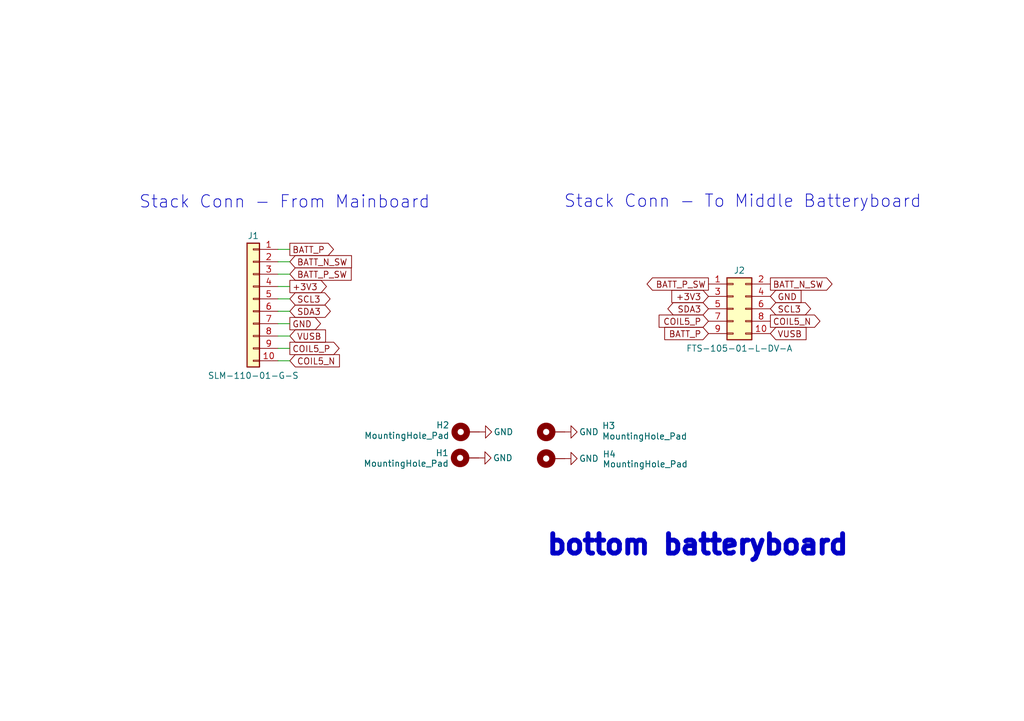
<source format=kicad_sch>
(kicad_sch (version 20211123) (generator eeschema)

  (uuid cc4a9289-e86b-4adc-9840-de6d33438674)

  (paper "A5")

  (title_block
    (title "PyCubed Mini")
    (date "2022-07-06")
    (rev "v01.1")
    (company "RExLab Carnegie Mellon University")
    (comment 1 "N. Khera")
    (comment 2 "Z. Manchester")
  )

  (lib_symbols
    (symbol "Connector_Generic:Conn_01x10" (pin_names (offset 1.016) hide) (in_bom yes) (on_board yes)
      (property "Reference" "J" (id 0) (at 0 12.7 0)
        (effects (font (size 1.27 1.27)))
      )
      (property "Value" "Conn_01x10" (id 1) (at 0 -15.24 0)
        (effects (font (size 1.27 1.27)))
      )
      (property "Footprint" "" (id 2) (at 0 0 0)
        (effects (font (size 1.27 1.27)) hide)
      )
      (property "Datasheet" "~" (id 3) (at 0 0 0)
        (effects (font (size 1.27 1.27)) hide)
      )
      (property "ki_keywords" "connector" (id 4) (at 0 0 0)
        (effects (font (size 1.27 1.27)) hide)
      )
      (property "ki_description" "Generic connector, single row, 01x10, script generated (kicad-library-utils/schlib/autogen/connector/)" (id 5) (at 0 0 0)
        (effects (font (size 1.27 1.27)) hide)
      )
      (property "ki_fp_filters" "Connector*:*_1x??_*" (id 6) (at 0 0 0)
        (effects (font (size 1.27 1.27)) hide)
      )
      (symbol "Conn_01x10_1_1"
        (rectangle (start -1.27 -12.573) (end 0 -12.827)
          (stroke (width 0.1524) (type default) (color 0 0 0 0))
          (fill (type none))
        )
        (rectangle (start -1.27 -10.033) (end 0 -10.287)
          (stroke (width 0.1524) (type default) (color 0 0 0 0))
          (fill (type none))
        )
        (rectangle (start -1.27 -7.493) (end 0 -7.747)
          (stroke (width 0.1524) (type default) (color 0 0 0 0))
          (fill (type none))
        )
        (rectangle (start -1.27 -4.953) (end 0 -5.207)
          (stroke (width 0.1524) (type default) (color 0 0 0 0))
          (fill (type none))
        )
        (rectangle (start -1.27 -2.413) (end 0 -2.667)
          (stroke (width 0.1524) (type default) (color 0 0 0 0))
          (fill (type none))
        )
        (rectangle (start -1.27 0.127) (end 0 -0.127)
          (stroke (width 0.1524) (type default) (color 0 0 0 0))
          (fill (type none))
        )
        (rectangle (start -1.27 2.667) (end 0 2.413)
          (stroke (width 0.1524) (type default) (color 0 0 0 0))
          (fill (type none))
        )
        (rectangle (start -1.27 5.207) (end 0 4.953)
          (stroke (width 0.1524) (type default) (color 0 0 0 0))
          (fill (type none))
        )
        (rectangle (start -1.27 7.747) (end 0 7.493)
          (stroke (width 0.1524) (type default) (color 0 0 0 0))
          (fill (type none))
        )
        (rectangle (start -1.27 10.287) (end 0 10.033)
          (stroke (width 0.1524) (type default) (color 0 0 0 0))
          (fill (type none))
        )
        (rectangle (start -1.27 11.43) (end 1.27 -13.97)
          (stroke (width 0.254) (type default) (color 0 0 0 0))
          (fill (type background))
        )
        (pin passive line (at -5.08 10.16 0) (length 3.81)
          (name "Pin_1" (effects (font (size 1.27 1.27))))
          (number "1" (effects (font (size 1.27 1.27))))
        )
        (pin passive line (at -5.08 -12.7 0) (length 3.81)
          (name "Pin_10" (effects (font (size 1.27 1.27))))
          (number "10" (effects (font (size 1.27 1.27))))
        )
        (pin passive line (at -5.08 7.62 0) (length 3.81)
          (name "Pin_2" (effects (font (size 1.27 1.27))))
          (number "2" (effects (font (size 1.27 1.27))))
        )
        (pin passive line (at -5.08 5.08 0) (length 3.81)
          (name "Pin_3" (effects (font (size 1.27 1.27))))
          (number "3" (effects (font (size 1.27 1.27))))
        )
        (pin passive line (at -5.08 2.54 0) (length 3.81)
          (name "Pin_4" (effects (font (size 1.27 1.27))))
          (number "4" (effects (font (size 1.27 1.27))))
        )
        (pin passive line (at -5.08 0 0) (length 3.81)
          (name "Pin_5" (effects (font (size 1.27 1.27))))
          (number "5" (effects (font (size 1.27 1.27))))
        )
        (pin passive line (at -5.08 -2.54 0) (length 3.81)
          (name "Pin_6" (effects (font (size 1.27 1.27))))
          (number "6" (effects (font (size 1.27 1.27))))
        )
        (pin passive line (at -5.08 -5.08 0) (length 3.81)
          (name "Pin_7" (effects (font (size 1.27 1.27))))
          (number "7" (effects (font (size 1.27 1.27))))
        )
        (pin passive line (at -5.08 -7.62 0) (length 3.81)
          (name "Pin_8" (effects (font (size 1.27 1.27))))
          (number "8" (effects (font (size 1.27 1.27))))
        )
        (pin passive line (at -5.08 -10.16 0) (length 3.81)
          (name "Pin_9" (effects (font (size 1.27 1.27))))
          (number "9" (effects (font (size 1.27 1.27))))
        )
      )
    )
    (symbol "Connector_Generic:Conn_02x05_Odd_Even" (pin_names (offset 1.016) hide) (in_bom yes) (on_board yes)
      (property "Reference" "J" (id 0) (at 1.27 7.62 0)
        (effects (font (size 1.27 1.27)))
      )
      (property "Value" "Conn_02x05_Odd_Even" (id 1) (at 1.27 -7.62 0)
        (effects (font (size 1.27 1.27)))
      )
      (property "Footprint" "" (id 2) (at 0 0 0)
        (effects (font (size 1.27 1.27)) hide)
      )
      (property "Datasheet" "~" (id 3) (at 0 0 0)
        (effects (font (size 1.27 1.27)) hide)
      )
      (property "ki_keywords" "connector" (id 4) (at 0 0 0)
        (effects (font (size 1.27 1.27)) hide)
      )
      (property "ki_description" "Generic connector, double row, 02x05, odd/even pin numbering scheme (row 1 odd numbers, row 2 even numbers), script generated (kicad-library-utils/schlib/autogen/connector/)" (id 5) (at 0 0 0)
        (effects (font (size 1.27 1.27)) hide)
      )
      (property "ki_fp_filters" "Connector*:*_2x??_*" (id 6) (at 0 0 0)
        (effects (font (size 1.27 1.27)) hide)
      )
      (symbol "Conn_02x05_Odd_Even_1_1"
        (rectangle (start -1.27 -4.953) (end 0 -5.207)
          (stroke (width 0.1524) (type default) (color 0 0 0 0))
          (fill (type none))
        )
        (rectangle (start -1.27 -2.413) (end 0 -2.667)
          (stroke (width 0.1524) (type default) (color 0 0 0 0))
          (fill (type none))
        )
        (rectangle (start -1.27 0.127) (end 0 -0.127)
          (stroke (width 0.1524) (type default) (color 0 0 0 0))
          (fill (type none))
        )
        (rectangle (start -1.27 2.667) (end 0 2.413)
          (stroke (width 0.1524) (type default) (color 0 0 0 0))
          (fill (type none))
        )
        (rectangle (start -1.27 5.207) (end 0 4.953)
          (stroke (width 0.1524) (type default) (color 0 0 0 0))
          (fill (type none))
        )
        (rectangle (start -1.27 6.35) (end 3.81 -6.35)
          (stroke (width 0.254) (type default) (color 0 0 0 0))
          (fill (type background))
        )
        (rectangle (start 3.81 -4.953) (end 2.54 -5.207)
          (stroke (width 0.1524) (type default) (color 0 0 0 0))
          (fill (type none))
        )
        (rectangle (start 3.81 -2.413) (end 2.54 -2.667)
          (stroke (width 0.1524) (type default) (color 0 0 0 0))
          (fill (type none))
        )
        (rectangle (start 3.81 0.127) (end 2.54 -0.127)
          (stroke (width 0.1524) (type default) (color 0 0 0 0))
          (fill (type none))
        )
        (rectangle (start 3.81 2.667) (end 2.54 2.413)
          (stroke (width 0.1524) (type default) (color 0 0 0 0))
          (fill (type none))
        )
        (rectangle (start 3.81 5.207) (end 2.54 4.953)
          (stroke (width 0.1524) (type default) (color 0 0 0 0))
          (fill (type none))
        )
        (pin passive line (at -5.08 5.08 0) (length 3.81)
          (name "Pin_1" (effects (font (size 1.27 1.27))))
          (number "1" (effects (font (size 1.27 1.27))))
        )
        (pin passive line (at 7.62 -5.08 180) (length 3.81)
          (name "Pin_10" (effects (font (size 1.27 1.27))))
          (number "10" (effects (font (size 1.27 1.27))))
        )
        (pin passive line (at 7.62 5.08 180) (length 3.81)
          (name "Pin_2" (effects (font (size 1.27 1.27))))
          (number "2" (effects (font (size 1.27 1.27))))
        )
        (pin passive line (at -5.08 2.54 0) (length 3.81)
          (name "Pin_3" (effects (font (size 1.27 1.27))))
          (number "3" (effects (font (size 1.27 1.27))))
        )
        (pin passive line (at 7.62 2.54 180) (length 3.81)
          (name "Pin_4" (effects (font (size 1.27 1.27))))
          (number "4" (effects (font (size 1.27 1.27))))
        )
        (pin passive line (at -5.08 0 0) (length 3.81)
          (name "Pin_5" (effects (font (size 1.27 1.27))))
          (number "5" (effects (font (size 1.27 1.27))))
        )
        (pin passive line (at 7.62 0 180) (length 3.81)
          (name "Pin_6" (effects (font (size 1.27 1.27))))
          (number "6" (effects (font (size 1.27 1.27))))
        )
        (pin passive line (at -5.08 -2.54 0) (length 3.81)
          (name "Pin_7" (effects (font (size 1.27 1.27))))
          (number "7" (effects (font (size 1.27 1.27))))
        )
        (pin passive line (at 7.62 -2.54 180) (length 3.81)
          (name "Pin_8" (effects (font (size 1.27 1.27))))
          (number "8" (effects (font (size 1.27 1.27))))
        )
        (pin passive line (at -5.08 -5.08 0) (length 3.81)
          (name "Pin_9" (effects (font (size 1.27 1.27))))
          (number "9" (effects (font (size 1.27 1.27))))
        )
      )
    )
    (symbol "Mechanical:MountingHole_Pad" (pin_numbers hide) (pin_names (offset 1.016) hide) (in_bom yes) (on_board yes)
      (property "Reference" "H" (id 0) (at 0 6.35 0)
        (effects (font (size 1.27 1.27)))
      )
      (property "Value" "MountingHole_Pad" (id 1) (at 0 4.445 0)
        (effects (font (size 1.27 1.27)))
      )
      (property "Footprint" "" (id 2) (at 0 0 0)
        (effects (font (size 1.27 1.27)) hide)
      )
      (property "Datasheet" "~" (id 3) (at 0 0 0)
        (effects (font (size 1.27 1.27)) hide)
      )
      (property "ki_keywords" "mounting hole" (id 4) (at 0 0 0)
        (effects (font (size 1.27 1.27)) hide)
      )
      (property "ki_description" "Mounting Hole with connection" (id 5) (at 0 0 0)
        (effects (font (size 1.27 1.27)) hide)
      )
      (property "ki_fp_filters" "MountingHole*Pad*" (id 6) (at 0 0 0)
        (effects (font (size 1.27 1.27)) hide)
      )
      (symbol "MountingHole_Pad_0_1"
        (circle (center 0 1.27) (radius 1.27)
          (stroke (width 1.27) (type default) (color 0 0 0 0))
          (fill (type none))
        )
      )
      (symbol "MountingHole_Pad_1_1"
        (pin input line (at 0 -2.54 90) (length 2.54)
          (name "1" (effects (font (size 1.27 1.27))))
          (number "1" (effects (font (size 1.27 1.27))))
        )
      )
    )
    (symbol "power:GND" (power) (pin_names (offset 0)) (in_bom yes) (on_board yes)
      (property "Reference" "#PWR" (id 0) (at 0 -6.35 0)
        (effects (font (size 1.27 1.27)) hide)
      )
      (property "Value" "GND" (id 1) (at 0 -3.81 0)
        (effects (font (size 1.27 1.27)))
      )
      (property "Footprint" "" (id 2) (at 0 0 0)
        (effects (font (size 1.27 1.27)) hide)
      )
      (property "Datasheet" "" (id 3) (at 0 0 0)
        (effects (font (size 1.27 1.27)) hide)
      )
      (property "ki_keywords" "power-flag" (id 4) (at 0 0 0)
        (effects (font (size 1.27 1.27)) hide)
      )
      (property "ki_description" "Power symbol creates a global label with name \"GND\" , ground" (id 5) (at 0 0 0)
        (effects (font (size 1.27 1.27)) hide)
      )
      (symbol "GND_0_1"
        (polyline
          (pts
            (xy 0 0)
            (xy 0 -1.27)
            (xy 1.27 -1.27)
            (xy 0 -2.54)
            (xy -1.27 -1.27)
            (xy 0 -1.27)
          )
          (stroke (width 0) (type default) (color 0 0 0 0))
          (fill (type none))
        )
      )
      (symbol "GND_1_1"
        (pin power_in line (at 0 0 270) (length 0) hide
          (name "GND" (effects (font (size 1.27 1.27))))
          (number "1" (effects (font (size 1.27 1.27))))
        )
      )
    )
  )


  (wire (pts (xy 59.436 66.421) (xy 57.023 66.421))
    (stroke (width 0) (type default) (color 0 0 0 0))
    (uuid 17ac2644-d9ad-4d8f-bd7d-f9453c5f4f97)
  )
  (wire (pts (xy 59.436 63.881) (xy 57.023 63.881))
    (stroke (width 0) (type default) (color 0 0 0 0))
    (uuid 18d8d52c-81b9-4f72-b020-c94f7c92b855)
  )
  (wire (pts (xy 59.436 74.041) (xy 57.023 74.041))
    (stroke (width 0) (type default) (color 0 0 0 0))
    (uuid 2b998c61-2525-46ef-993b-43bc7cb57f74)
  )
  (wire (pts (xy 59.436 71.501) (xy 57.023 71.501))
    (stroke (width 0) (type default) (color 0 0 0 0))
    (uuid 390b7568-e502-44fe-92d8-1b8287c982a5)
  )
  (wire (pts (xy 59.436 53.721) (xy 57.023 53.721))
    (stroke (width 0) (type default) (color 0 0 0 0))
    (uuid 5e504792-fa74-49df-9cf6-a6ef77fdf1e5)
  )
  (wire (pts (xy 59.436 61.341) (xy 57.023 61.341))
    (stroke (width 0) (type default) (color 0 0 0 0))
    (uuid 8c13d4f7-907b-40da-9d27-002e9bdb9586)
  )
  (wire (pts (xy 59.436 51.181) (xy 57.023 51.181))
    (stroke (width 0) (type default) (color 0 0 0 0))
    (uuid 8ec5144f-e7c5-499c-aa4b-ead1c0f2040b)
  )
  (wire (pts (xy 59.436 68.961) (xy 57.023 68.961))
    (stroke (width 0) (type default) (color 0 0 0 0))
    (uuid a046df32-4c02-409f-ab7c-eab60f1b2815)
  )
  (wire (pts (xy 59.436 56.261) (xy 57.023 56.261))
    (stroke (width 0) (type default) (color 0 0 0 0))
    (uuid bd93a215-e5c4-4706-9654-a3406ea03cc8)
  )
  (wire (pts (xy 59.436 58.801) (xy 57.023 58.801))
    (stroke (width 0) (type default) (color 0 0 0 0))
    (uuid c69fb73e-ea58-4460-9884-54f19532f1cd)
  )

  (text "Stack Conn - From Mainboard" (at 28.448 43.053 0)
    (effects (font (size 2.54 2.54)) (justify left bottom))
    (uuid 5c26dd20-f029-4d97-97cf-a934358d8351)
  )
  (text "bottom batteryboard" (at 111.76 114.3 0)
    (effects (font (size 3.9878 3.9878) (thickness 1.016) bold) (justify left bottom))
    (uuid 8d9e6e47-d918-4bbc-934f-f54ce4c50d5a)
  )
  (text "Stack Conn - To Middle Batteryboard" (at 115.57 42.926 0)
    (effects (font (size 2.54 2.54)) (justify left bottom))
    (uuid fa47e993-446b-40c8-bbbf-9c73fb7ef857)
  )

  (global_label "COIL5_N" (shape input) (at 59.436 74.041 0) (fields_autoplaced)
    (effects (font (size 1.27 1.27)) (justify left))
    (uuid 0a6c6964-517b-4ffa-8358-a6e43ec1666e)
    (property "Intersheet References" "${INTERSHEET_REFS}" (id 0) (at 69.5901 73.9616 0)
      (effects (font (size 1.27 1.27)) (justify left) hide)
    )
  )
  (global_label "BATT_N_SW" (shape output) (at 157.988 58.293 0) (fields_autoplaced)
    (effects (font (size 1.27 1.27)) (justify left))
    (uuid 13f30964-a0e5-4b66-a3b0-82966c8576ce)
    (property "Intersheet References" "${INTERSHEET_REFS}" (id 0) (at 170.5327 58.3724 0)
      (effects (font (size 1.27 1.27)) (justify left) hide)
    )
  )
  (global_label "BATT_P_SW" (shape output) (at 145.288 58.293 180) (fields_autoplaced)
    (effects (font (size 1.27 1.27)) (justify right))
    (uuid 29294d56-41f1-4ba6-be62-297226dcdbdf)
    (property "Intersheet References" "${INTERSHEET_REFS}" (id 0) (at 132.7149 58.2136 0)
      (effects (font (size 1.27 1.27)) (justify right) hide)
    )
  )
  (global_label "VUSB" (shape input) (at 157.988 68.453 0) (fields_autoplaced)
    (effects (font (size 1.27 1.27)) (justify left))
    (uuid 2a134ab3-6275-4421-945b-c8f4bea31494)
    (property "Intersheet References" "${INTERSHEET_REFS}" (id 0) (at 165.2997 68.3736 0)
      (effects (font (size 1.27 1.27)) (justify left) hide)
    )
  )
  (global_label "COIL5_P" (shape input) (at 145.288 65.913 180) (fields_autoplaced)
    (effects (font (size 1.27 1.27)) (justify right))
    (uuid 3e4b4d52-ec1d-4c6c-8348-5ce6174b6e25)
    (property "Intersheet References" "${INTERSHEET_REFS}" (id 0) (at 135.1944 65.8336 0)
      (effects (font (size 1.27 1.27)) (justify right) hide)
    )
  )
  (global_label "+3V3" (shape output) (at 59.436 58.801 0) (fields_autoplaced)
    (effects (font (size 1.27 1.27)) (justify left))
    (uuid 48016a16-8602-46dd-bd85-d3687867709e)
    (property "Intersheet References" "${INTERSHEET_REFS}" (id 0) (at 66.9291 58.7216 0)
      (effects (font (size 1.27 1.27)) (justify left) hide)
    )
  )
  (global_label "SCL3" (shape bidirectional) (at 157.988 63.373 0) (fields_autoplaced)
    (effects (font (size 1.27 1.27)) (justify left))
    (uuid 4cd7fbd1-3778-4a48-ab60-c36eed16d8c5)
    (property "Intersheet References" "${INTERSHEET_REFS}" (id 0) (at 165.1182 63.2936 0)
      (effects (font (size 1.27 1.27)) (justify left) hide)
    )
  )
  (global_label "BATT_N_SW" (shape input) (at 59.436 53.721 0) (fields_autoplaced)
    (effects (font (size 1.27 1.27)) (justify left))
    (uuid 63fcfc59-7439-416e-96ce-38a112eb4939)
    (property "Intersheet References" "${INTERSHEET_REFS}" (id 0) (at 72.0696 53.6416 0)
      (effects (font (size 1.27 1.27)) (justify left) hide)
    )
  )
  (global_label "SDA3" (shape bidirectional) (at 59.436 63.881 0) (fields_autoplaced)
    (effects (font (size 1.27 1.27)) (justify left))
    (uuid 70a0f318-f409-4702-b87e-5a45304f2899)
    (property "Intersheet References" "${INTERSHEET_REFS}" (id 0) (at 66.6267 63.8016 0)
      (effects (font (size 1.27 1.27)) (justify left) hide)
    )
  )
  (global_label "COIL5_P" (shape output) (at 59.436 71.501 0) (fields_autoplaced)
    (effects (font (size 1.27 1.27)) (justify left))
    (uuid 711565b5-75c9-4d3f-bcee-afb8175cf923)
    (property "Intersheet References" "${INTERSHEET_REFS}" (id 0) (at 69.5296 71.4216 0)
      (effects (font (size 1.27 1.27)) (justify left) hide)
    )
  )
  (global_label "GND" (shape input) (at 157.988 60.833 0) (fields_autoplaced)
    (effects (font (size 1.27 1.27)) (justify left))
    (uuid 72745e37-6398-4523-a0b8-fcae44c9df22)
    (property "Intersheet References" "${INTERSHEET_REFS}" (id 0) (at 164.2716 60.7536 0)
      (effects (font (size 1.27 1.27)) (justify left) hide)
    )
  )
  (global_label "GND" (shape output) (at 59.436 66.421 0) (fields_autoplaced)
    (effects (font (size 1.27 1.27)) (justify left))
    (uuid 826883eb-791a-4f94-b3a6-d07e9c71fba1)
    (property "Intersheet References" "${INTERSHEET_REFS}" (id 0) (at 65.7196 66.3416 0)
      (effects (font (size 1.27 1.27)) (justify left) hide)
    )
  )
  (global_label "BATT_P_SW" (shape input) (at 59.436 56.261 0) (fields_autoplaced)
    (effects (font (size 1.27 1.27)) (justify left))
    (uuid a3f793ac-c8f8-4b6b-a1a0-68bdc0e9870a)
    (property "Intersheet References" "${INTERSHEET_REFS}" (id 0) (at 72.0091 56.1816 0)
      (effects (font (size 1.27 1.27)) (justify left) hide)
    )
  )
  (global_label "COIL5_N" (shape output) (at 157.988 65.913 0) (fields_autoplaced)
    (effects (font (size 1.27 1.27)) (justify left))
    (uuid bc12d55d-3029-4430-9232-337b1a62028e)
    (property "Intersheet References" "${INTERSHEET_REFS}" (id 0) (at 168.1421 65.8336 0)
      (effects (font (size 1.27 1.27)) (justify left) hide)
    )
  )
  (global_label "SCL3" (shape bidirectional) (at 59.436 61.341 0) (fields_autoplaced)
    (effects (font (size 1.27 1.27)) (justify left))
    (uuid be38f05b-751e-404a-94cf-568c58838c13)
    (property "Intersheet References" "${INTERSHEET_REFS}" (id 0) (at 66.5662 61.2616 0)
      (effects (font (size 1.27 1.27)) (justify left) hide)
    )
  )
  (global_label "+3V3" (shape input) (at 145.288 60.833 180) (fields_autoplaced)
    (effects (font (size 1.27 1.27)) (justify right))
    (uuid c50e5885-8a58-4ee4-a5e7-bcd8f4b418f2)
    (property "Intersheet References" "${INTERSHEET_REFS}" (id 0) (at 137.7949 60.7536 0)
      (effects (font (size 1.27 1.27)) (justify right) hide)
    )
  )
  (global_label "SDA3" (shape bidirectional) (at 145.288 63.373 180) (fields_autoplaced)
    (effects (font (size 1.27 1.27)) (justify right))
    (uuid c97ac9e6-267e-495c-9e16-6838757c4006)
    (property "Intersheet References" "${INTERSHEET_REFS}" (id 0) (at 138.0973 63.2936 0)
      (effects (font (size 1.27 1.27)) (justify right) hide)
    )
  )
  (global_label "BATT_P" (shape output) (at 59.436 51.181 0) (fields_autoplaced)
    (effects (font (size 1.27 1.27)) (justify left))
    (uuid d9e327bb-1596-4eec-a37e-dc1a060a7642)
    (property "Intersheet References" "${INTERSHEET_REFS}" (id 0) (at 68.3805 51.1016 0)
      (effects (font (size 1.27 1.27)) (justify left) hide)
    )
  )
  (global_label "VUSB" (shape input) (at 59.436 68.961 0) (fields_autoplaced)
    (effects (font (size 1.27 1.27)) (justify left))
    (uuid f1f7556c-fcf2-4b20-867c-8cb0f74b0683)
    (property "Intersheet References" "${INTERSHEET_REFS}" (id 0) (at 66.7477 68.8816 0)
      (effects (font (size 1.27 1.27)) (justify left) hide)
    )
  )
  (global_label "BATT_P" (shape input) (at 145.288 68.453 180) (fields_autoplaced)
    (effects (font (size 1.27 1.27)) (justify right))
    (uuid fd71d7ce-19f7-411b-9f95-5e5cb5d86d98)
    (property "Intersheet References" "${INTERSHEET_REFS}" (id 0) (at 136.3435 68.3736 0)
      (effects (font (size 1.27 1.27)) (justify right) hide)
    )
  )

  (symbol (lib_id "power:GND") (at 98.171 93.98 90) (unit 1)
    (in_bom yes) (on_board yes)
    (uuid 2fe92f9b-1b9b-45dd-9da3-1e9c40e3854f)
    (property "Reference" "#PWR0103" (id 0) (at 104.521 93.98 0)
      (effects (font (size 1.27 1.27)) hide)
    )
    (property "Value" "GND" (id 1) (at 103.124 93.98 90))
    (property "Footprint" "" (id 2) (at 98.171 93.98 0)
      (effects (font (size 1.27 1.27)) hide)
    )
    (property "Datasheet" "" (id 3) (at 98.171 93.98 0)
      (effects (font (size 1.27 1.27)) hide)
    )
    (pin "1" (uuid fe2ee88a-1e6c-402e-9cf2-c8fb3a544824))
  )

  (symbol (lib_id "Mechanical:MountingHole_Pad") (at 95.631 93.98 90) (unit 1)
    (in_bom yes) (on_board yes)
    (uuid 5a4e0212-db20-4e54-af24-453bc0252d21)
    (property "Reference" "H1" (id 0) (at 90.678 92.964 90))
    (property "Value" "MountingHole_Pad" (id 1) (at 83.312 95.123 90))
    (property "Footprint" "mainboard:MountingHole" (id 2) (at 95.631 93.98 0)
      (effects (font (size 1.27 1.27)) hide)
    )
    (property "Datasheet" "~" (id 3) (at 95.631 93.98 0)
      (effects (font (size 1.27 1.27)) hide)
    )
    (pin "1" (uuid b6ae1bb2-1bea-4e67-b9a8-257b5a70235b))
  )

  (symbol (lib_id "Mechanical:MountingHole_Pad") (at 113.284 88.646 90) (unit 1)
    (in_bom yes) (on_board yes)
    (uuid 7d973a53-3bcb-426a-bc8e-debe3534d81b)
    (property "Reference" "H3" (id 0) (at 124.841 87.376 90))
    (property "Value" "MountingHole_Pad" (id 1) (at 132.207 89.535 90))
    (property "Footprint" "mainboard:MountingHole" (id 2) (at 113.284 88.646 0)
      (effects (font (size 1.27 1.27)) hide)
    )
    (property "Datasheet" "~" (id 3) (at 113.284 88.646 0)
      (effects (font (size 1.27 1.27)) hide)
    )
    (pin "1" (uuid a3470dc5-276b-4f5d-b413-faf3bdc72bcf))
  )

  (symbol (lib_id "Mechanical:MountingHole_Pad") (at 113.284 94.107 90) (unit 1)
    (in_bom yes) (on_board yes)
    (uuid 9d150d95-1436-4e69-99e3-f6d7d9fa870d)
    (property "Reference" "H4" (id 0) (at 124.968 93.218 90))
    (property "Value" "MountingHole_Pad" (id 1) (at 132.334 95.25 90))
    (property "Footprint" "mainboard:MountingHole" (id 2) (at 113.284 94.107 0)
      (effects (font (size 1.27 1.27)) hide)
    )
    (property "Datasheet" "~" (id 3) (at 113.284 94.107 0)
      (effects (font (size 1.27 1.27)) hide)
    )
    (pin "1" (uuid 51630e57-df5e-46f7-b7eb-86f5d6dec962))
  )

  (symbol (lib_id "Mechanical:MountingHole_Pad") (at 95.758 88.646 90) (unit 1)
    (in_bom yes) (on_board yes)
    (uuid b7d85c7b-5a18-4608-b3af-6f1c130c7e27)
    (property "Reference" "H2" (id 0) (at 90.805 87.249 90))
    (property "Value" "MountingHole_Pad" (id 1) (at 83.439 89.408 90))
    (property "Footprint" "mainboard:MountingHole" (id 2) (at 95.758 88.646 0)
      (effects (font (size 1.27 1.27)) hide)
    )
    (property "Datasheet" "~" (id 3) (at 95.758 88.646 0)
      (effects (font (size 1.27 1.27)) hide)
    )
    (pin "1" (uuid 7e9ca2fe-7bf9-4477-a3fc-2586614a09b0))
  )

  (symbol (lib_id "power:GND") (at 115.824 88.646 90) (unit 1)
    (in_bom yes) (on_board yes)
    (uuid c731c276-2bc0-4000-8824-a0ab5535e135)
    (property "Reference" "#PWR0105" (id 0) (at 122.174 88.646 0)
      (effects (font (size 1.27 1.27)) hide)
    )
    (property "Value" "GND" (id 1) (at 120.777 88.646 90))
    (property "Footprint" "" (id 2) (at 115.824 88.646 0)
      (effects (font (size 1.27 1.27)) hide)
    )
    (property "Datasheet" "" (id 3) (at 115.824 88.646 0)
      (effects (font (size 1.27 1.27)) hide)
    )
    (pin "1" (uuid d6fcb0f6-fc83-42f4-9588-311f49d545d7))
  )

  (symbol (lib_id "Connector_Generic:Conn_02x05_Odd_Even") (at 150.368 63.373 0) (unit 1)
    (in_bom yes) (on_board yes)
    (uuid cc451705-64aa-4852-a9e4-e56ff8e107b4)
    (property "Reference" "J2" (id 0) (at 151.638 55.499 0))
    (property "Value" "FTS-105-01-L-DV-A" (id 1) (at 151.638 71.501 0))
    (property "Footprint" "batteryboard:FTS-105-XX-YY-DV-A" (id 2) (at 150.368 63.373 0)
      (effects (font (size 1.27 1.27)) hide)
    )
    (property "Datasheet" "~" (id 3) (at 150.368 63.373 0)
      (effects (font (size 1.27 1.27)) hide)
    )
    (pin "1" (uuid 5fada503-749c-4ab1-b15f-4f7e43d6c0e6))
    (pin "10" (uuid ccc1b767-7cc2-4af2-a757-3aff7ebfdb59))
    (pin "2" (uuid 82c3fcff-0c4d-46ec-9117-fd4b044c0976))
    (pin "3" (uuid 2a1b3982-8097-4cf2-86c2-49d86f0bd36d))
    (pin "4" (uuid 52eab793-6c86-4ae5-baa9-9383babafac8))
    (pin "5" (uuid 7513bd06-26ac-47f8-9fb8-57035f227d8b))
    (pin "6" (uuid f9567cac-1cc2-4d39-b8d9-a5da08ee7dbd))
    (pin "7" (uuid c24b6edb-1820-4e19-99c3-c6c132fdac7c))
    (pin "8" (uuid 51f4343b-4784-4653-b291-1386c34567da))
    (pin "9" (uuid a9302684-3ea9-475f-8e86-de9f50a99882))
  )

  (symbol (lib_id "power:GND") (at 115.824 94.107 90) (unit 1)
    (in_bom yes) (on_board yes)
    (uuid d15a0174-31d8-4a1d-b5a2-e28eeb78d11e)
    (property "Reference" "#PWR0106" (id 0) (at 122.174 94.107 0)
      (effects (font (size 1.27 1.27)) hide)
    )
    (property "Value" "GND" (id 1) (at 120.777 94.107 90))
    (property "Footprint" "" (id 2) (at 115.824 94.107 0)
      (effects (font (size 1.27 1.27)) hide)
    )
    (property "Datasheet" "" (id 3) (at 115.824 94.107 0)
      (effects (font (size 1.27 1.27)) hide)
    )
    (pin "1" (uuid 8ca26d17-35bf-49a1-9dcf-34de74c8f008))
  )

  (symbol (lib_id "power:GND") (at 98.298 88.646 90) (unit 1)
    (in_bom yes) (on_board yes)
    (uuid db3b0fe0-59e9-424c-97c0-3da00960bd3f)
    (property "Reference" "#PWR0102" (id 0) (at 104.648 88.646 0)
      (effects (font (size 1.27 1.27)) hide)
    )
    (property "Value" "GND" (id 1) (at 103.251 88.646 90))
    (property "Footprint" "" (id 2) (at 98.298 88.646 0)
      (effects (font (size 1.27 1.27)) hide)
    )
    (property "Datasheet" "" (id 3) (at 98.298 88.646 0)
      (effects (font (size 1.27 1.27)) hide)
    )
    (pin "1" (uuid b10d2ae8-7638-47d9-9d9f-bd1791d7a1b0))
  )

  (symbol (lib_id "Connector_Generic:Conn_01x10") (at 51.943 61.341 0) (mirror y) (unit 1)
    (in_bom yes) (on_board yes)
    (uuid f04224a8-ae30-44b3-a012-c883be8c361b)
    (property "Reference" "J1" (id 0) (at 51.943 48.387 0))
    (property "Value" "SLM-110-01-G-S" (id 1) (at 51.943 77.089 0))
    (property "Footprint" "batteryboard:SAMTEC_TMS-110-01-G-S" (id 2) (at 49.403 48.641 0)
      (effects (font (size 1.27 1.27)) hide)
    )
    (property "Datasheet" "~" (id 3) (at 51.943 61.341 0)
      (effects (font (size 1.27 1.27)) hide)
    )
    (pin "1" (uuid 9cba4391-3a22-4f52-bbf7-371baae09820))
    (pin "10" (uuid 2bcb8eff-5353-49d7-940f-1af0870f1ac9))
    (pin "2" (uuid 237a410c-6d23-4356-a8fc-a05ef71bbd1d))
    (pin "3" (uuid e45cc70b-1a99-48e0-b524-33d28c8da680))
    (pin "4" (uuid 5375dc86-5c05-43cc-84b6-c814784e41a2))
    (pin "5" (uuid 71f7ee75-7aa2-4ca7-9f2b-2664564aaf26))
    (pin "6" (uuid a764410e-531c-44df-9697-2db7bf52efda))
    (pin "7" (uuid 856c9621-8777-46c3-9d79-5b200defbf89))
    (pin "8" (uuid 965e3681-33b6-4ea4-917d-3fc290c03b58))
    (pin "9" (uuid 01c8385a-c544-42c1-b6f7-7f94d36f0892))
  )

  (sheet_instances
    (path "/" (page "1"))
  )

  (symbol_instances
    (path "/db3b0fe0-59e9-424c-97c0-3da00960bd3f"
      (reference "#PWR0102") (unit 1) (value "GND") (footprint "")
    )
    (path "/2fe92f9b-1b9b-45dd-9da3-1e9c40e3854f"
      (reference "#PWR0103") (unit 1) (value "GND") (footprint "")
    )
    (path "/c731c276-2bc0-4000-8824-a0ab5535e135"
      (reference "#PWR0105") (unit 1) (value "GND") (footprint "")
    )
    (path "/d15a0174-31d8-4a1d-b5a2-e28eeb78d11e"
      (reference "#PWR0106") (unit 1) (value "GND") (footprint "")
    )
    (path "/5a4e0212-db20-4e54-af24-453bc0252d21"
      (reference "H1") (unit 1) (value "MountingHole_Pad") (footprint "mainboard:MountingHole")
    )
    (path "/b7d85c7b-5a18-4608-b3af-6f1c130c7e27"
      (reference "H2") (unit 1) (value "MountingHole_Pad") (footprint "mainboard:MountingHole")
    )
    (path "/7d973a53-3bcb-426a-bc8e-debe3534d81b"
      (reference "H3") (unit 1) (value "MountingHole_Pad") (footprint "mainboard:MountingHole")
    )
    (path "/9d150d95-1436-4e69-99e3-f6d7d9fa870d"
      (reference "H4") (unit 1) (value "MountingHole_Pad") (footprint "mainboard:MountingHole")
    )
    (path "/f04224a8-ae30-44b3-a012-c883be8c361b"
      (reference "J1") (unit 1) (value "SLM-110-01-G-S") (footprint "batteryboard:SAMTEC_TMS-110-01-G-S")
    )
    (path "/cc451705-64aa-4852-a9e4-e56ff8e107b4"
      (reference "J2") (unit 1) (value "FTS-105-01-L-DV-A") (footprint "batteryboard:FTS-105-XX-YY-DV-A")
    )
  )
)

</source>
